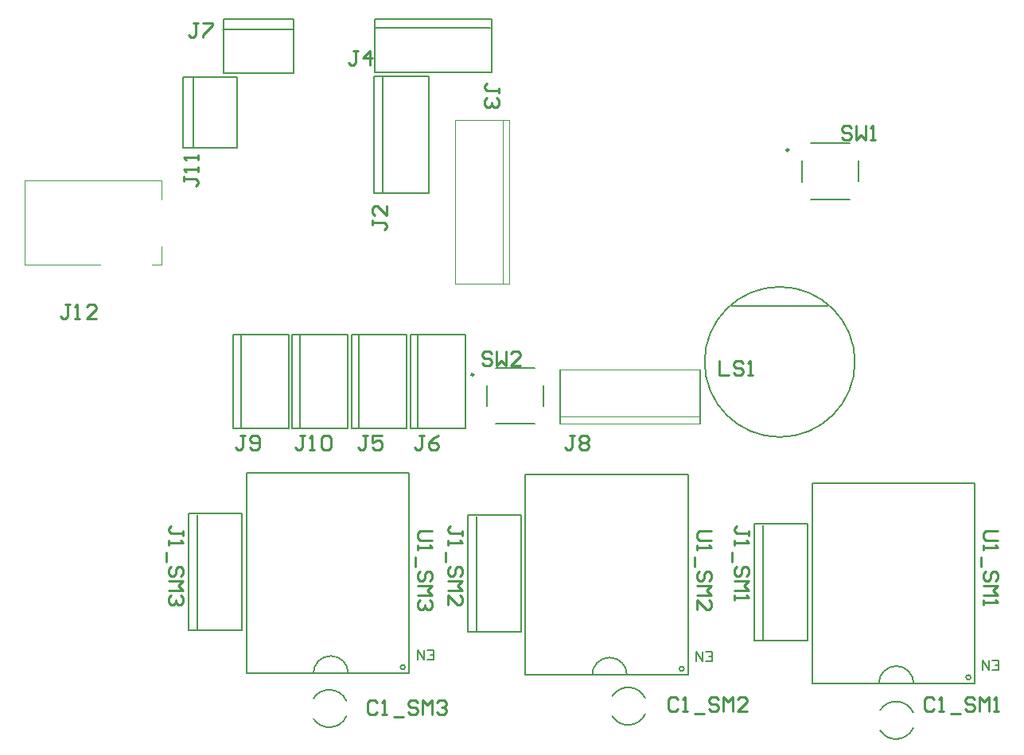
<source format=gto>
G04*
G04 #@! TF.GenerationSoftware,Altium Limited,Altium Designer,20.2.6 (244)*
G04*
G04 Layer_Color=65535*
%FSLAX25Y25*%
%MOIN*%
G70*
G04*
G04 #@! TF.SameCoordinates,144DF908-3300-4855-B5FD-CD95A974D408*
G04*
G04*
G04 #@! TF.FilePolarity,Positive*
G04*
G01*
G75*
%ADD10C,0.00600*%
%ADD11C,0.00591*%
%ADD12C,0.00984*%
%ADD13C,0.00787*%
%ADD14C,0.00394*%
%ADD15C,0.01000*%
D10*
X245547Y32519D02*
G03*
X230948Y32513I-7299J96D01*
G01*
X269448Y35174D02*
G03*
X269448Y35174I-984J0D01*
G01*
X365669Y28933D02*
G03*
X351070Y28928I-7299J96D01*
G01*
X389570Y31589D02*
G03*
X389570Y31589I-984J0D01*
G01*
X128756Y33172D02*
G03*
X114157Y33166I-7299J96D01*
G01*
X152657Y35827D02*
G03*
X152657Y35827I-984J0D01*
G01*
X63976Y253714D02*
X63976Y283242D01*
X59449Y253812D02*
X82284D01*
X59449D02*
Y283242D01*
X82284D01*
Y253812D02*
Y283242D01*
X108510Y136319D02*
Y175394D01*
X128510Y136122D02*
Y175295D01*
X105361D02*
X128510D01*
X105361Y136122D02*
X128510D01*
X105361D02*
Y175295D01*
X83760Y136319D02*
Y175394D01*
X103760Y136122D02*
Y175295D01*
X80610D02*
X103760D01*
X80610Y136122D02*
X103760D01*
X80610D02*
Y175295D01*
X76378Y303248D02*
X105905Y303248D01*
X76476Y284941D02*
Y307776D01*
X105905D01*
Y284941D02*
Y307776D01*
X76476Y284941D02*
X105905D01*
X158012Y136319D02*
Y175394D01*
X178012Y136122D02*
Y175295D01*
X154862D02*
X178012D01*
X154862Y136122D02*
X178012D01*
X154862D02*
Y175295D01*
X133261Y136319D02*
Y175394D01*
X153261Y136122D02*
Y175295D01*
X130111D02*
X153261D01*
X130111Y136122D02*
X153261D01*
X130111D02*
Y175295D01*
X139820Y285433D02*
Y307776D01*
X188836D01*
X139820Y285433D02*
X188836D01*
Y307776D01*
X139918Y304134D02*
X188344D01*
X143127Y234915D02*
Y283438D01*
X139584Y283635D02*
X162418D01*
Y234718D02*
Y283635D01*
X139584Y234718D02*
Y283635D01*
Y234718D02*
X162418D01*
X182419Y50626D02*
Y99052D01*
X178777Y99544D02*
X201120D01*
Y50528D02*
Y99544D01*
X178777Y50528D02*
Y99544D01*
Y50528D02*
X201120D01*
X302541Y47041D02*
Y95467D01*
X298899Y95959D02*
X321241D01*
Y46943D02*
Y95959D01*
X298899Y46943D02*
Y95959D01*
Y46943D02*
X321241D01*
X61986Y51181D02*
X84329D01*
X61986D02*
Y100197D01*
X84329Y51181D02*
Y100197D01*
X61986D02*
X84329D01*
X65628Y51279D02*
Y99705D01*
X278584Y38351D02*
X281250D01*
Y42349D01*
X278584D01*
X281250Y40350D02*
X279917D01*
X277251Y42349D02*
Y38351D01*
X274585Y42349D01*
Y38351D01*
X398706Y34765D02*
X401372D01*
Y38764D01*
X398706D01*
X401372Y36765D02*
X400039D01*
X397373Y38764D02*
Y34765D01*
X394707Y38764D01*
Y34765D01*
X161793Y39004D02*
X164459D01*
Y43002D01*
X161793D01*
X164459Y41003D02*
X163126D01*
X160460Y43002D02*
Y39004D01*
X157794Y43002D01*
Y39004D01*
D11*
X341060Y163878D02*
G03*
X341060Y163878I-31496J0D01*
G01*
D12*
X181299Y158563D02*
G03*
X181299Y158563I-492J0D01*
G01*
X313287Y252756D02*
G03*
X313287Y252756I-492J0D01*
G01*
D13*
X351628Y9350D02*
G03*
X365429Y10308I6640J4232D01*
G01*
Y16857D02*
G03*
X351628Y17815I-7161J-3274D01*
G01*
X239423Y15256D02*
G03*
X253224Y16214I6640J4232D01*
G01*
Y22762D02*
G03*
X239423Y23720I-7161J-3274D01*
G01*
X128006Y21778D02*
G03*
X114205Y22736I-7161J-3274D01*
G01*
Y14272D02*
G03*
X128006Y15230I6640J4232D01*
G01*
X203011Y32615D02*
X271122Y32615D01*
X203011Y32615D02*
Y116571D01*
X271122D01*
Y32615D02*
Y116571D01*
X289485Y187500D02*
X329643D01*
X186929Y145260D02*
Y154150D01*
X210512Y145374D02*
Y154150D01*
X190437Y161496D02*
X206988D01*
X190437Y137913D02*
X206988D01*
X318917Y239453D02*
Y248342D01*
X342500Y239567D02*
Y248342D01*
X322425Y255689D02*
X338976D01*
X322425Y232106D02*
X338976D01*
X323133Y29030D02*
X391243Y29030D01*
X323133Y29030D02*
Y112986D01*
X391243D01*
Y29030D02*
Y112986D01*
X86221Y33268D02*
X154331Y33268D01*
X86221Y33268D02*
Y117224D01*
X154331D01*
Y33268D02*
Y117224D01*
D14*
X217618Y160827D02*
X276083D01*
X217421Y160630D02*
X217618Y160827D01*
X217421Y138287D02*
Y160630D01*
X276083Y138091D02*
Y160827D01*
X217224Y141043D02*
X275984D01*
X217421Y138091D02*
X276083D01*
X217421D02*
Y138287D01*
X217520Y160827D02*
X275984D01*
X217323Y160630D02*
X217520Y160827D01*
X217323Y138287D02*
Y160630D01*
X275984Y138091D02*
Y160827D01*
X217126Y141043D02*
X275886D01*
X217323Y138091D02*
X275984D01*
X217323D02*
Y138287D01*
X-6693Y204528D02*
X24803D01*
X-6693D02*
Y239961D01*
X50394D01*
Y232087D02*
Y239961D01*
X46457Y204528D02*
X50394D01*
Y212402D01*
X193592Y196642D02*
Y265244D01*
X173639Y265256D02*
X196277D01*
Y196653D02*
Y265256D01*
X173639Y196653D02*
X196277D01*
X173639D02*
Y265256D01*
D15*
X280763Y92971D02*
X275764D01*
X274765Y91971D01*
Y89972D01*
X275764Y88972D01*
X280763D01*
X274765Y86973D02*
Y84974D01*
Y85973D01*
X280763D01*
X279763Y86973D01*
X273765Y81975D02*
Y77976D01*
X279763Y71978D02*
X280763Y72978D01*
Y74977D01*
X279763Y75977D01*
X278763D01*
X277764Y74977D01*
Y72978D01*
X276764Y71978D01*
X275764D01*
X274765Y72978D01*
Y74977D01*
X275764Y75977D01*
X274765Y69978D02*
X280763D01*
X278763Y67979D01*
X280763Y65980D01*
X274765D01*
Y59982D02*
Y63980D01*
X278763Y59982D01*
X279763D01*
X280763Y60981D01*
Y62981D01*
X279763Y63980D01*
X223410Y132920D02*
X221410D01*
X222410D01*
Y127922D01*
X221410Y126922D01*
X220411D01*
X219411Y127922D01*
X225409Y131921D02*
X226409Y132920D01*
X228408D01*
X229408Y131921D01*
Y130921D01*
X228408Y129921D01*
X229408Y128922D01*
Y127922D01*
X228408Y126922D01*
X226409D01*
X225409Y127922D01*
Y128922D01*
X226409Y129921D01*
X225409Y130921D01*
Y131921D01*
X226409Y129921D02*
X228408D01*
X284341Y164416D02*
Y158418D01*
X288340D01*
X294338Y163417D02*
X293338Y164416D01*
X291339D01*
X290339Y163417D01*
Y162417D01*
X291339Y161417D01*
X293338D01*
X294338Y160418D01*
Y159418D01*
X293338Y158418D01*
X291339D01*
X290339Y159418D01*
X296337Y158418D02*
X298336D01*
X297337D01*
Y164416D01*
X296337Y163417D01*
X188915Y167354D02*
X187915Y168353D01*
X185916D01*
X184916Y167354D01*
Y166354D01*
X185916Y165354D01*
X187915D01*
X188915Y164355D01*
Y163355D01*
X187915Y162355D01*
X185916D01*
X184916Y163355D01*
X190914Y168353D02*
Y162355D01*
X192913Y164355D01*
X194913Y162355D01*
Y168353D01*
X200911Y162355D02*
X196912D01*
X200911Y166354D01*
Y167354D01*
X199911Y168353D01*
X197912D01*
X196912Y167354D01*
X339521Y261842D02*
X338521Y262842D01*
X336522D01*
X335522Y261842D01*
Y260842D01*
X336522Y259842D01*
X338521D01*
X339521Y258843D01*
Y257843D01*
X338521Y256843D01*
X336522D01*
X335522Y257843D01*
X341520Y262842D02*
Y256843D01*
X343519Y258843D01*
X345519Y256843D01*
Y262842D01*
X347518Y256843D02*
X349517D01*
X348518D01*
Y262842D01*
X347518Y261842D01*
X12249Y188038D02*
X10250D01*
X11249D01*
Y183040D01*
X10250Y182040D01*
X9250D01*
X8251Y183040D01*
X14248Y182040D02*
X16248D01*
X15248D01*
Y188038D01*
X14248Y187039D01*
X23246Y182040D02*
X19247D01*
X23246Y186039D01*
Y187039D01*
X22246Y188038D01*
X20247D01*
X19247Y187039D01*
X59993Y241595D02*
Y239596D01*
Y240596D01*
X64991D01*
X65991Y239596D01*
Y238596D01*
X64991Y237597D01*
X65991Y243595D02*
Y245594D01*
Y244594D01*
X59993D01*
X60993Y243595D01*
X65991Y248593D02*
Y250592D01*
Y249593D01*
X59993D01*
X60993Y248593D01*
X110674Y132920D02*
X108675D01*
X109675D01*
Y127922D01*
X108675Y126922D01*
X107675D01*
X106676Y127922D01*
X112674Y126922D02*
X114673D01*
X113673D01*
Y132920D01*
X112674Y131921D01*
X117672D02*
X118672Y132920D01*
X120671D01*
X121671Y131921D01*
Y127922D01*
X120671Y126922D01*
X118672D01*
X117672Y127922D01*
Y131921D01*
X85615Y132920D02*
X83615D01*
X84615D01*
Y127922D01*
X83615Y126922D01*
X82616D01*
X81616Y127922D01*
X87614D02*
X88613Y126922D01*
X90613D01*
X91613Y127922D01*
Y131921D01*
X90613Y132920D01*
X88613D01*
X87614Y131921D01*
Y130921D01*
X88613Y129921D01*
X91613D01*
X65930Y306149D02*
X63930D01*
X64930D01*
Y301150D01*
X63930Y300151D01*
X62930D01*
X61931Y301150D01*
X67929Y306149D02*
X71927D01*
Y305149D01*
X67929Y301150D01*
Y300151D01*
X160418Y132920D02*
X158418D01*
X159418D01*
Y127922D01*
X158418Y126922D01*
X157419D01*
X156419Y127922D01*
X166416Y132920D02*
X164416Y131921D01*
X162417Y129921D01*
Y127922D01*
X163417Y126922D01*
X165416D01*
X166416Y127922D01*
Y128922D01*
X165416Y129921D01*
X162417D01*
X136796Y132920D02*
X134796D01*
X135796D01*
Y127922D01*
X134796Y126922D01*
X133797D01*
X132797Y127922D01*
X142794Y132920D02*
X138795D01*
Y129921D01*
X140794Y130921D01*
X141794D01*
X142794Y129921D01*
Y127922D01*
X141794Y126922D01*
X139795D01*
X138795Y127922D01*
X132859Y294338D02*
X130859D01*
X131859D01*
Y289339D01*
X130859Y288340D01*
X129860D01*
X128860Y289339D01*
X137857Y288340D02*
Y294338D01*
X134858Y291339D01*
X138857D01*
X191975Y276590D02*
Y278590D01*
Y277590D01*
X186977D01*
X185977Y278590D01*
Y279589D01*
X186977Y280589D01*
X190976Y274591D02*
X191975Y273591D01*
Y271592D01*
X190976Y270592D01*
X189976D01*
X188976Y271592D01*
Y272591D01*
Y271592D01*
X187977Y270592D01*
X186977D01*
X185977Y271592D01*
Y273591D01*
X186977Y274591D01*
X138733Y223410D02*
Y221410D01*
Y222410D01*
X143732D01*
X144731Y221410D01*
Y220411D01*
X143732Y219411D01*
X144731Y229408D02*
Y225409D01*
X140733Y229408D01*
X139733D01*
X138733Y228408D01*
Y226409D01*
X139733Y225409D01*
X400841Y92971D02*
X395843D01*
X394843Y91971D01*
Y89972D01*
X395843Y88972D01*
X400841D01*
X394843Y86973D02*
Y84974D01*
Y85973D01*
X400841D01*
X399842Y86973D01*
X393844Y81975D02*
Y77976D01*
X399842Y71978D02*
X400841Y72978D01*
Y74977D01*
X399842Y75977D01*
X398842D01*
X397842Y74977D01*
Y72978D01*
X396843Y71978D01*
X395843D01*
X394843Y72978D01*
Y74977D01*
X395843Y75977D01*
X394843Y69978D02*
X400841D01*
X398842Y67979D01*
X400841Y65980D01*
X394843D01*
Y63980D02*
Y61981D01*
Y62981D01*
X400841D01*
X399842Y63980D01*
X374330Y22184D02*
X373331Y23184D01*
X371332D01*
X370332Y22184D01*
Y18185D01*
X371332Y17186D01*
X373331D01*
X374330Y18185D01*
X376330Y17186D02*
X378329D01*
X377329D01*
Y23184D01*
X376330Y22184D01*
X381328Y16186D02*
X385327D01*
X391325Y22184D02*
X390325Y23184D01*
X388326D01*
X387326Y22184D01*
Y21185D01*
X388326Y20185D01*
X390325D01*
X391325Y19185D01*
Y18185D01*
X390325Y17186D01*
X388326D01*
X387326Y18185D01*
X393324Y17186D02*
Y23184D01*
X395324Y21185D01*
X397323Y23184D01*
Y17186D01*
X399322D02*
X401322D01*
X400322D01*
Y23184D01*
X399322Y22184D01*
X267032D02*
X266032Y23184D01*
X264033D01*
X263033Y22184D01*
Y18185D01*
X264033Y17186D01*
X266032D01*
X267032Y18185D01*
X269031Y17186D02*
X271030D01*
X270031D01*
Y23184D01*
X269031Y22184D01*
X274029Y16186D02*
X278028D01*
X284026Y22184D02*
X283026Y23184D01*
X281027D01*
X280027Y22184D01*
Y21185D01*
X281027Y20185D01*
X283026D01*
X284026Y19185D01*
Y18185D01*
X283026Y17186D01*
X281027D01*
X280027Y18185D01*
X286026Y17186D02*
Y23184D01*
X288025Y21185D01*
X290024Y23184D01*
Y17186D01*
X296022D02*
X292023D01*
X296022Y21185D01*
Y22184D01*
X295023Y23184D01*
X293023D01*
X292023Y22184D01*
X176392Y90859D02*
Y92858D01*
Y91858D01*
X171394D01*
X170394Y92858D01*
Y93858D01*
X171394Y94857D01*
X170394Y88859D02*
Y86860D01*
Y87860D01*
X176392D01*
X175392Y88859D01*
X169394Y83861D02*
Y79862D01*
X175392Y73864D02*
X176392Y74864D01*
Y76863D01*
X175392Y77863D01*
X174393D01*
X173393Y76863D01*
Y74864D01*
X172393Y73864D01*
X171394D01*
X170394Y74864D01*
Y76863D01*
X171394Y77863D01*
X170394Y71865D02*
X176392D01*
X174393Y69866D01*
X176392Y67866D01*
X170394D01*
Y61868D02*
Y65867D01*
X174393Y61868D01*
X175392D01*
X176392Y62868D01*
Y64867D01*
X175392Y65867D01*
X296514Y90859D02*
Y92858D01*
Y91858D01*
X291515D01*
X290516Y92858D01*
Y93858D01*
X291515Y94857D01*
X290516Y88859D02*
Y86860D01*
Y87860D01*
X296514D01*
X295514Y88859D01*
X289516Y83861D02*
Y79862D01*
X295514Y73864D02*
X296514Y74864D01*
Y76863D01*
X295514Y77863D01*
X294514D01*
X293515Y76863D01*
Y74864D01*
X292515Y73864D01*
X291515D01*
X290516Y74864D01*
Y76863D01*
X291515Y77863D01*
X290516Y71865D02*
X296514D01*
X294514Y69866D01*
X296514Y67866D01*
X290516D01*
Y65867D02*
Y63867D01*
Y64867D01*
X296514D01*
X295514Y65867D01*
X59601Y90859D02*
Y92858D01*
Y91858D01*
X54603D01*
X53603Y92858D01*
Y93858D01*
X54603Y94857D01*
X53603Y88859D02*
Y86860D01*
Y87860D01*
X59601D01*
X58602Y88859D01*
X52604Y83861D02*
Y79862D01*
X58602Y73864D02*
X59601Y74864D01*
Y76863D01*
X58602Y77863D01*
X57602D01*
X56602Y76863D01*
Y74864D01*
X55603Y73864D01*
X54603D01*
X53603Y74864D01*
Y76863D01*
X54603Y77863D01*
X53603Y71865D02*
X59601D01*
X57602Y69866D01*
X59601Y67866D01*
X53603D01*
X58602Y65867D02*
X59601Y64867D01*
Y62868D01*
X58602Y61868D01*
X57602D01*
X56602Y62868D01*
Y63867D01*
Y62868D01*
X55603Y61868D01*
X54603D01*
X53603Y62868D01*
Y64867D01*
X54603Y65867D01*
X140752Y20905D02*
X139752Y21904D01*
X137753D01*
X136753Y20905D01*
Y16906D01*
X137753Y15906D01*
X139752D01*
X140752Y16906D01*
X142751Y15906D02*
X144751D01*
X143751D01*
Y21904D01*
X142751Y20905D01*
X147750Y14907D02*
X151749D01*
X157747Y20905D02*
X156747Y21904D01*
X154748D01*
X153748Y20905D01*
Y19905D01*
X154748Y18905D01*
X156747D01*
X157747Y17906D01*
Y16906D01*
X156747Y15906D01*
X154748D01*
X153748Y16906D01*
X159746Y15906D02*
Y21904D01*
X161745Y19905D01*
X163745Y21904D01*
Y15906D01*
X165744Y20905D02*
X166744Y21904D01*
X168743D01*
X169743Y20905D01*
Y19905D01*
X168743Y18905D01*
X167743D01*
X168743D01*
X169743Y17906D01*
Y16906D01*
X168743Y15906D01*
X166744D01*
X165744Y16906D01*
X163932Y92971D02*
X158934D01*
X157934Y91971D01*
Y89972D01*
X158934Y88972D01*
X163932D01*
X157934Y86973D02*
Y84974D01*
Y85973D01*
X163932D01*
X162932Y86973D01*
X156934Y81975D02*
Y77976D01*
X162932Y71978D02*
X163932Y72978D01*
Y74977D01*
X162932Y75977D01*
X161933D01*
X160933Y74977D01*
Y72978D01*
X159933Y71978D01*
X158934D01*
X157934Y72978D01*
Y74977D01*
X158934Y75977D01*
X157934Y69978D02*
X163932D01*
X161933Y67979D01*
X163932Y65980D01*
X157934D01*
X162932Y63980D02*
X163932Y62981D01*
Y60981D01*
X162932Y59982D01*
X161933D01*
X160933Y60981D01*
Y61981D01*
Y60981D01*
X159933Y59982D01*
X158934D01*
X157934Y60981D01*
Y62981D01*
X158934Y63980D01*
M02*

</source>
